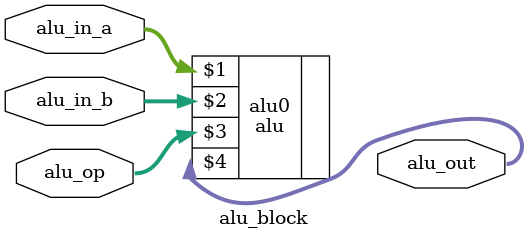
<source format=v>
`timescale 1ns / 1ps


module alu_block(
    input [9:0] alu_in_a,
    input [9:0] alu_in_b,
    input [2:0] alu_op,
    output [9:0] alu_out
    );
    
    alu #( .BIT_WIDTH(10), .SELECT_BIT(3))
     alu0 (alu_in_a, alu_in_b, alu_op, alu_out);
endmodule

</source>
